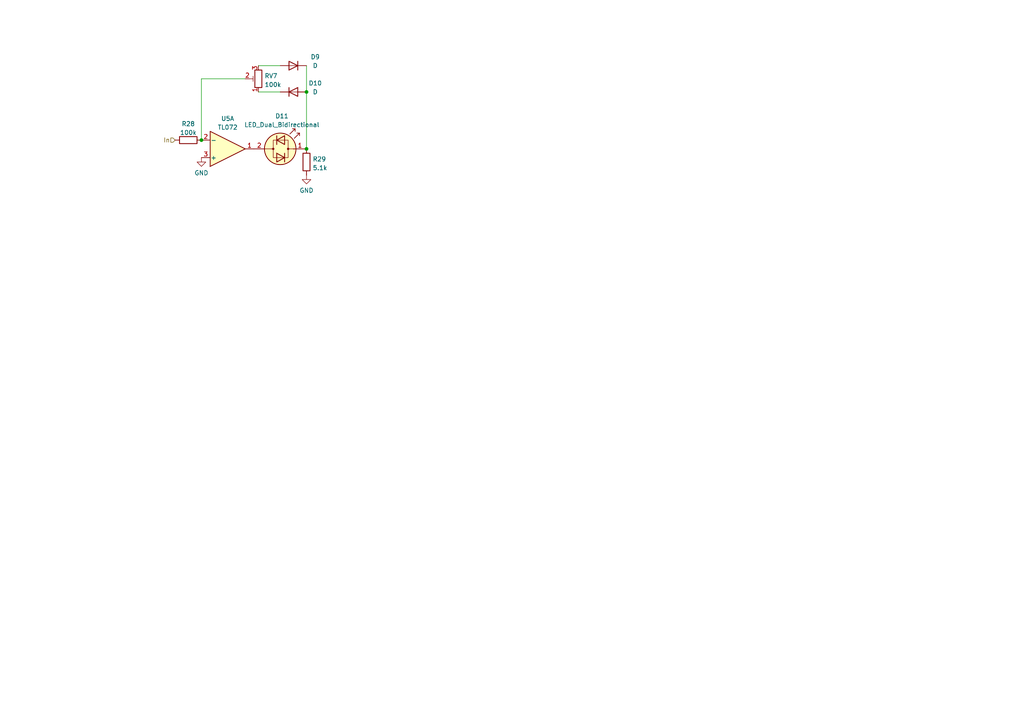
<source format=kicad_sch>
(kicad_sch (version 20211123) (generator eeschema)
  (paper "A4")
  (lib_symbols
    (symbol "Amplifier_Operational:TL072" (pin_names (offset 0.127))
      (property "Reference" "U" (at 0 5.08 0))
      (property "Value" "TL072" (at 0 -5.08 0))
      (symbol "TL072_1_1"
        (polyline (pts (xy -5.08 5.08) (xy 5.08 0) (xy -5.08 -5.08) (xy -5.08 5.08)) (stroke (width 0.254)) (fill (type background)))
        (pin output line (at 7.62 0 180) (length 2.54) (name "~") (number "1"))
        (pin input line (at -7.62 -2.54 0) (length 2.54) (name "-") (number "2"))
        (pin input line (at -7.62 2.54 0) (length 2.54) (name "+") (number "3"))
      )
      (symbol "TL072_2_1"
        (polyline (pts (xy -5.08 5.08) (xy 5.08 0) (xy -5.08 -5.08) (xy -5.08 5.08)) (stroke (width 0.254)) (fill (type background)))
        (pin input line (at -7.62 2.54 0) (length 2.54) (name "+") (number "5"))
        (pin input line (at -7.62 -2.54 0) (length 2.54) (name "-") (number "6"))
        (pin output line (at 7.62 0 180) (length 2.54) (name "~") (number "7"))
      )
      (symbol "TL072_3_1"
        (pin power_in line (at -2.54 -7.62 90) (length 3.81) (name "V-") (number "4"))
        (pin power_in line (at -2.54 7.62 270) (length 3.81) (name "V+") (number "8"))
      )
    )
    (symbol "Device:D" (pin_numbers hide) (pin_names (offset 1.016) hide)
      (property "Reference" "D" (at 0 2.54 0))
      (property "Value" "D" (at 0 -2.54 0))
      (symbol "D_0_1"
        (polyline (pts (xy -1.27 1.27) (xy -1.27 -1.27)) (stroke (width 0.254)))
        (polyline (pts (xy 1.27 0) (xy -1.27 0)))
        (polyline (pts (xy 1.27 1.27) (xy 1.27 -1.27) (xy -1.27 0) (xy 1.27 1.27)) (stroke (width 0.254)))
      )
      (symbol "D_1_1"
        (pin passive line (at -3.81 0 0) (length 2.54) (name "K") (number "1"))
        (pin passive line (at 3.81 0 180) (length 2.54) (name "A") (number "2"))
      )
    )
    (symbol "Device:LED_Dual_Bidirectional" (pin_names (offset 0) hide)
      (property "Reference" "D" (at 0 5.715 0))
      (property "Value" "LED_Dual_Bidirectional" (at 0 -6.35 0))
      (symbol "LED_Dual_Bidirectional_0_1"
        (circle (center -2.032 0) (radius 0.254) (fill (type outline)))
        (polyline (pts (xy -4.572 0) (xy -2.54 0)))
        (polyline (pts (xy -2.032 0) (xy -2.54 0)))
        (polyline (pts (xy -1.016 3.81) (xy -1.016 1.27)) (stroke (width 0.254)))
        (polyline (pts (xy 1.27 -1.27) (xy 1.27 -3.81)) (stroke (width 0.254)))
        (polyline (pts (xy 4.064 0) (xy 2.286 0)) (fill (type outline)))
        (polyline (pts (xy 4.318 5.842) (xy 4.318 5.08)) (stroke (width 0.2032)))
        (polyline (pts (xy 5.588 4.572) (xy 5.588 3.81)) (stroke (width 0.2032)))
        (polyline (pts (xy 2.794 4.318) (xy 4.318 5.842) (xy 3.556 5.842)) (stroke (width 0.2032)))
        (polyline (pts (xy 4.064 3.048) (xy 5.588 4.572) (xy 4.826 4.572)) (stroke (width 0.2032)))
        (polyline (pts (xy -1.016 -1.27) (xy -1.016 -3.81) (xy 1.27 -2.54) (xy -1.016 -1.27)) (stroke (width 0.254)))
        (polyline (pts (xy 1.27 3.81) (xy 1.27 1.27) (xy -1.016 2.54) (xy 1.27 3.81)) (stroke (width 0.254)))
        (polyline (pts (xy 2.286 2.54) (xy -2.032 2.54) (xy -2.032 -2.54) (xy 2.286 -2.54) (xy 2.286 2.54)))
        (circle (center 0 0) (radius 4.572) (stroke (width 0.254)) (fill (type background)))
        (circle (center 2.286 0) (radius 0.254) (fill (type outline)))
      )
      (symbol "LED_Dual_Bidirectional_1_1"
        (pin input line (at 7.62 0 180) (length 3.81) (name "KA") (number "1"))
        (pin input line (at -7.62 0 0) (length 3.048) (name "AK") (number "2"))
      )
    )
    (symbol "Device:R" (pin_numbers hide) (pin_names (offset 0))
      (property "Reference" "R" (at 2.032 0 90))
      (property "Value" "R" (at 0 0 90))
      (symbol "R_0_1"
        (rectangle (start -1.016 -2.54) (end 1.016 2.54) (stroke (width 0.254)))
      )
      (symbol "R_1_1"
        (pin passive line (at 0 3.81 270) (length 1.27) (name "~") (number "1"))
        (pin passive line (at 0 -3.81 90) (length 1.27) (name "~") (number "2"))
      )
    )
    (symbol "Device:R_Potentiometer_Trim" (pin_names (offset 1.016) hide)
      (property "Reference" "RV" (at -4.445 0 90))
      (property "Value" "R_Potentiometer_Trim" (at -2.54 0 90))
      (symbol "R_Potentiometer_Trim_0_1"
        (polyline (pts (xy 1.524 0.762) (xy 1.524 -0.762)))
        (polyline (pts (xy 2.54 0) (xy 1.524 0)))
        (rectangle (start 1.016 2.54) (end -1.016 -2.54) (stroke (width 0.254)))
      )
      (symbol "R_Potentiometer_Trim_1_1"
        (pin passive line (at 0 3.81 270) (length 1.27) (name "1") (number "1"))
        (pin passive line (at 3.81 0 180) (length 1.27) (name "2") (number "2"))
        (pin passive line (at 0 -3.81 90) (length 1.27) (name "3") (number "3"))
      )
    )
    (symbol "power:GND" (power) (pin_names (offset 0))
      (property "Value" "GND" (at 0 -3.81 0))
      (symbol "GND_0_1"
        (polyline (pts (xy 0 0) (xy 0 -1.27) (xy 1.27 -1.27) (xy 0 -2.54) (xy -1.27 -1.27) (xy 0 -1.27)))
      )
      (symbol "GND_1_1"
        (pin power_in line (at 0 0 270) (length 0) hide (name "GND") (number "1"))
      )
    )
  )
  (junction (at 88.9 26.67))
  (junction (at 58.42 40.64))
  (junction (at 88.9 43.18))
  (wire (pts (xy 58.42 40.64) (xy 58.42 22.86)))
  (wire (pts (xy 74.93 19.05) (xy 81.28 19.05)))
  (wire (pts (xy 74.93 26.67) (xy 81.28 26.67)))
  (wire (pts (xy 58.42 22.86) (xy 71.12 22.86)))
  (wire (pts (xy 88.9 43.18) (xy 88.9 26.67)))
  (wire (pts (xy 88.9 19.05) (xy 88.9 26.67)))
  (hierarchical_label "In" (shape input) (at 50.8 40.64 180))
  (symbol (lib_id "power:GND") (at 88.9 50.8 0) (unit 1)
    (property "Reference" "#PWR0135" (effects hide))
    (property "Value" "GND" (at 88.9 55.2434 0))
  )
  (symbol (lib_id "Device:R_Potentiometer_Trim") (at 74.93 22.86 180) (unit 1)
    (property "Reference" "RV7" (at 76.708 22.0253 0) (effects (justify right)))
    (property "Value" "100k" (at 76.708 24.5622 0) (effects (justify right)))
  )
  (symbol (lib_id "Device:D") (at 85.09 26.67 0) (unit 1)
    (property "Reference" "D10" (at 91.44 24.13 0))
    (property "Value" "D" (at 91.44 26.67 0))
  )
  (symbol (lib_id "Device:R") (at 54.61 40.64 90) (unit 1)
    (property "Reference" "R28" (at 54.61 35.9242 90))
    (property "Value" "100k" (at 54.61 38.4611 90))
  )
  (symbol (lib_id "power:GND") (at 58.42 45.72 0) (unit 1)
    (property "Reference" "#PWR0134" (effects hide))
    (property "Value" "GND" (at 58.42 50.1634 0))
  )
  (symbol (lib_id "Amplifier_Operational:TL072") (at 66.04 43.18 0) (mirror x) (unit 1)
    (property "Reference" "U5" (at 66.04 34.4002 0))
    (property "Value" "TL072" (at 66.04 36.9371 0))
    (property "Datasheet" "http://www.ti.com/lit/ds/symlink/tl071.pdf" (effects hide))
  )
  (symbol (lib_id "Device:R") (at 88.9 46.99 0) (unit 1)
    (property "Reference" "R29" (at 90.678 46.1553 0) (effects (justify left)))
    (property "Value" "5.1k" (at 90.678 48.6922 0) (effects (justify left)))
  )
  (symbol (lib_id "Device:LED_Dual_Bidirectional") (at 81.28 43.18 0) (unit 1)
    (property "Reference" "D11" (at 81.7753 33.6636 0))
    (property "Value" "LED_Dual_Bidirectional" (at 81.7753 36.2005 0))
  )
  (symbol (lib_id "Device:D") (at 85.09 19.05 180) (unit 1)
    (property "Reference" "D9" (at 91.44 16.51 0))
    (property "Value" "D" (at 91.44 19.05 0))
  )
)
</source>
